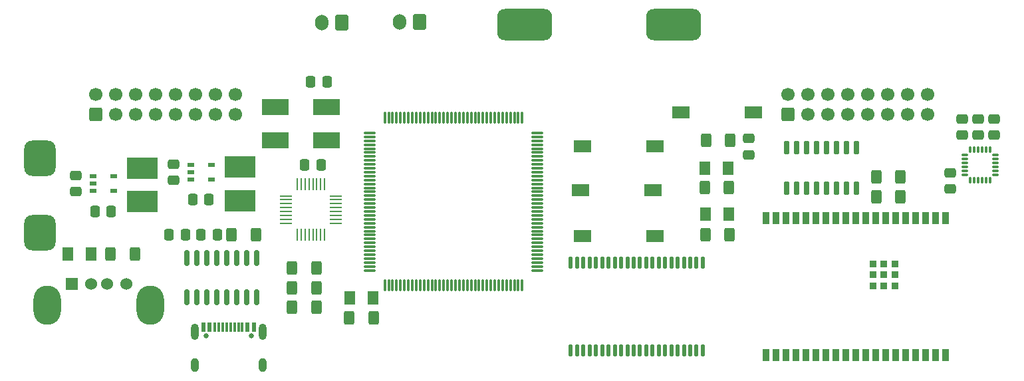
<source format=gts>
%TF.GenerationSoftware,KiCad,Pcbnew,8.0.1*%
%TF.CreationDate,2024-04-15T20:37:31+02:00*%
%TF.ProjectId,standalonepanel,7374616e-6461-46c6-9f6e-6570616e656c,rev?*%
%TF.SameCoordinates,Original*%
%TF.FileFunction,Soldermask,Top*%
%TF.FilePolarity,Negative*%
%FSLAX46Y46*%
G04 Gerber Fmt 4.6, Leading zero omitted, Abs format (unit mm)*
G04 Created by KiCad (PCBNEW 8.0.1) date 2024-04-15 20:37:31*
%MOMM*%
%LPD*%
G01*
G04 APERTURE LIST*
G04 Aperture macros list*
%AMRoundRect*
0 Rectangle with rounded corners*
0 $1 Rounding radius*
0 $2 $3 $4 $5 $6 $7 $8 $9 X,Y pos of 4 corners*
0 Add a 4 corners polygon primitive as box body*
4,1,4,$2,$3,$4,$5,$6,$7,$8,$9,$2,$3,0*
0 Add four circle primitives for the rounded corners*
1,1,$1+$1,$2,$3*
1,1,$1+$1,$4,$5*
1,1,$1+$1,$6,$7*
1,1,$1+$1,$8,$9*
0 Add four rect primitives between the rounded corners*
20,1,$1+$1,$2,$3,$4,$5,0*
20,1,$1+$1,$4,$5,$6,$7,0*
20,1,$1+$1,$6,$7,$8,$9,0*
20,1,$1+$1,$8,$9,$2,$3,0*%
G04 Aperture macros list end*
%ADD10RoundRect,0.062500X-0.062500X0.662500X-0.062500X-0.662500X0.062500X-0.662500X0.062500X0.662500X0*%
%ADD11RoundRect,0.062500X-0.662500X0.062500X-0.662500X-0.062500X0.662500X-0.062500X0.662500X0.062500X0*%
%ADD12RoundRect,0.250000X-0.400000X-0.625000X0.400000X-0.625000X0.400000X0.625000X-0.400000X0.625000X0*%
%ADD13RoundRect,0.250000X0.600000X-0.600000X0.600000X0.600000X-0.600000X0.600000X-0.600000X-0.600000X0*%
%ADD14C,1.700000*%
%ADD15RoundRect,0.250000X0.600000X0.750000X-0.600000X0.750000X-0.600000X-0.750000X0.600000X-0.750000X0*%
%ADD16O,1.700000X2.000000*%
%ADD17RoundRect,0.250000X0.475000X-0.337500X0.475000X0.337500X-0.475000X0.337500X-0.475000X-0.337500X0*%
%ADD18R,2.180000X1.600000*%
%ADD19R,3.500000X2.000000*%
%ADD20RoundRect,0.075000X-0.662500X-0.075000X0.662500X-0.075000X0.662500X0.075000X-0.662500X0.075000X0*%
%ADD21RoundRect,0.075000X-0.075000X-0.662500X0.075000X-0.662500X0.075000X0.662500X-0.075000X0.662500X0*%
%ADD22RoundRect,0.075000X0.350000X0.075000X-0.350000X0.075000X-0.350000X-0.075000X0.350000X-0.075000X0*%
%ADD23RoundRect,0.075000X-0.075000X0.350000X-0.075000X-0.350000X0.075000X-0.350000X0.075000X0.350000X0*%
%ADD24RoundRect,0.250000X0.400000X0.625000X-0.400000X0.625000X-0.400000X-0.625000X0.400000X-0.625000X0*%
%ADD25RoundRect,0.250000X-0.475000X0.337500X-0.475000X-0.337500X0.475000X-0.337500X0.475000X0.337500X0*%
%ADD26RoundRect,0.250000X-0.337500X-0.475000X0.337500X-0.475000X0.337500X0.475000X-0.337500X0.475000X0*%
%ADD27R,0.900000X1.500000*%
%ADD28R,0.900000X0.900000*%
%ADD29R,0.876300X0.508000*%
%ADD30R,1.524000X1.524000*%
%ADD31C,1.524000*%
%ADD32O,3.500000X5.000000*%
%ADD33RoundRect,0.150000X0.150000X-0.825000X0.150000X0.825000X-0.150000X0.825000X-0.150000X-0.825000X0*%
%ADD34RoundRect,0.250001X0.462499X0.624999X-0.462499X0.624999X-0.462499X-0.624999X0.462499X-0.624999X0*%
%ADD35C,0.650000*%
%ADD36R,0.600000X1.240000*%
%ADD37R,0.300000X1.240000*%
%ADD38O,1.000000X2.100000*%
%ADD39O,1.000000X1.800000*%
%ADD40R,3.950000X2.700000*%
%ADD41RoundRect,0.137500X-0.137500X0.625000X-0.137500X-0.625000X0.137500X-0.625000X0.137500X0.625000X0*%
%ADD42RoundRect,0.250000X0.337500X0.475000X-0.337500X0.475000X-0.337500X-0.475000X0.337500X-0.475000X0*%
%ADD43RoundRect,1.000000X1.000000X-1.250000X1.000000X1.250000X-1.000000X1.250000X-1.000000X-1.250000X0*%
%ADD44RoundRect,0.150000X-0.150000X0.725000X-0.150000X-0.725000X0.150000X-0.725000X0.150000X0.725000X0*%
%ADD45RoundRect,1.000000X-2.500000X1.000000X-2.500000X-1.000000X2.500000X-1.000000X2.500000X1.000000X0*%
%ADD46RoundRect,0.250001X-0.462499X-0.624999X0.462499X-0.624999X0.462499X0.624999X-0.462499X0.624999X0*%
G04 APERTURE END LIST*
D10*
%TO.C,U5*%
X87731600Y-119609400D03*
X87231600Y-119609400D03*
X86731600Y-119609400D03*
X86231600Y-119609400D03*
X85731600Y-119609400D03*
X85231600Y-119609400D03*
X84731600Y-119609400D03*
X84231600Y-119609400D03*
D11*
X82781600Y-121059400D03*
X82781600Y-121559400D03*
X82781600Y-122059400D03*
X82781600Y-122559400D03*
X82781600Y-123059400D03*
X82781600Y-123559400D03*
X82781600Y-124059400D03*
X82781600Y-124559400D03*
D10*
X84231600Y-126009400D03*
X84731600Y-126009400D03*
X85231600Y-126009400D03*
X85731600Y-126009400D03*
X86231600Y-126009400D03*
X86731600Y-126009400D03*
X87231600Y-126009400D03*
X87731600Y-126009400D03*
D11*
X89181600Y-124559400D03*
X89181600Y-124059400D03*
X89181600Y-123559400D03*
X89181600Y-123059400D03*
X89181600Y-122559400D03*
X89181600Y-122059400D03*
X89181600Y-121559400D03*
X89181600Y-121059400D03*
%TD*%
D12*
%TO.C,R13*%
X83575000Y-132750000D03*
X86675000Y-132750000D03*
%TD*%
D13*
%TO.C,HUB75E-1*%
X58610000Y-110697500D03*
D14*
X58610000Y-108157500D03*
X61150000Y-110697500D03*
X61150000Y-108157500D03*
X63690000Y-110697500D03*
X63690000Y-108157500D03*
X66230000Y-110697500D03*
X66230000Y-108157500D03*
X68770000Y-110697500D03*
X68770000Y-108157500D03*
X71310000Y-110697500D03*
X71310000Y-108157500D03*
X73850000Y-110697500D03*
X73850000Y-108157500D03*
X76390000Y-110697500D03*
X76390000Y-108157500D03*
%TD*%
D12*
%TO.C,R6*%
X75900000Y-126000000D03*
X79000000Y-126000000D03*
%TD*%
D15*
%TO.C,J2*%
X89896000Y-98954000D03*
D16*
X87396000Y-98954000D03*
%TD*%
D17*
%TO.C,C27*%
X141758000Y-115807000D03*
X141758000Y-113732000D03*
%TD*%
D18*
%TO.C,SW4*%
X142284000Y-110430000D03*
X133104000Y-110430000D03*
%TD*%
D19*
%TO.C,X2*%
X87959000Y-109787000D03*
X81459000Y-109787000D03*
X81459000Y-113987000D03*
X87959000Y-113987000D03*
%TD*%
D20*
%TO.C,U7*%
X93477500Y-113043000D03*
X93477500Y-113543000D03*
X93477500Y-114043000D03*
X93477500Y-114543000D03*
X93477500Y-115043000D03*
X93477500Y-115543000D03*
X93477500Y-116043000D03*
X93477500Y-116543000D03*
X93477500Y-117043000D03*
X93477500Y-117543000D03*
X93477500Y-118043000D03*
X93477500Y-118543000D03*
X93477500Y-119043000D03*
X93477500Y-119543000D03*
X93477500Y-120043000D03*
X93477500Y-120543000D03*
X93477500Y-121043000D03*
X93477500Y-121543000D03*
X93477500Y-122043000D03*
X93477500Y-122543000D03*
X93477500Y-123043000D03*
X93477500Y-123543000D03*
X93477500Y-124043000D03*
X93477500Y-124543000D03*
X93477500Y-125043000D03*
X93477500Y-125543000D03*
X93477500Y-126043000D03*
X93477500Y-126543000D03*
X93477500Y-127043000D03*
X93477500Y-127543000D03*
X93477500Y-128043000D03*
X93477500Y-128543000D03*
X93477500Y-129043000D03*
X93477500Y-129543000D03*
X93477500Y-130043000D03*
X93477500Y-130543000D03*
D21*
X95390000Y-132455500D03*
X95890000Y-132455500D03*
X96390000Y-132455500D03*
X96890000Y-132455500D03*
X97390000Y-132455500D03*
X97890000Y-132455500D03*
X98390000Y-132455500D03*
X98890000Y-132455500D03*
X99390000Y-132455500D03*
X99890000Y-132455500D03*
X100390000Y-132455500D03*
X100890000Y-132455500D03*
X101390000Y-132455500D03*
X101890000Y-132455500D03*
X102390000Y-132455500D03*
X102890000Y-132455500D03*
X103390000Y-132455500D03*
X103890000Y-132455500D03*
X104390000Y-132455500D03*
X104890000Y-132455500D03*
X105390000Y-132455500D03*
X105890000Y-132455500D03*
X106390000Y-132455500D03*
X106890000Y-132455500D03*
X107390000Y-132455500D03*
X107890000Y-132455500D03*
X108390000Y-132455500D03*
X108890000Y-132455500D03*
X109390000Y-132455500D03*
X109890000Y-132455500D03*
X110390000Y-132455500D03*
X110890000Y-132455500D03*
X111390000Y-132455500D03*
X111890000Y-132455500D03*
X112390000Y-132455500D03*
X112890000Y-132455500D03*
D20*
X114802500Y-130543000D03*
X114802500Y-130043000D03*
X114802500Y-129543000D03*
X114802500Y-129043000D03*
X114802500Y-128543000D03*
X114802500Y-128043000D03*
X114802500Y-127543000D03*
X114802500Y-127043000D03*
X114802500Y-126543000D03*
X114802500Y-126043000D03*
X114802500Y-125543000D03*
X114802500Y-125043000D03*
X114802500Y-124543000D03*
X114802500Y-124043000D03*
X114802500Y-123543000D03*
X114802500Y-123043000D03*
X114802500Y-122543000D03*
X114802500Y-122043000D03*
X114802500Y-121543000D03*
X114802500Y-121043000D03*
X114802500Y-120543000D03*
X114802500Y-120043000D03*
X114802500Y-119543000D03*
X114802500Y-119043000D03*
X114802500Y-118543000D03*
X114802500Y-118043000D03*
X114802500Y-117543000D03*
X114802500Y-117043000D03*
X114802500Y-116543000D03*
X114802500Y-116043000D03*
X114802500Y-115543000D03*
X114802500Y-115043000D03*
X114802500Y-114543000D03*
X114802500Y-114043000D03*
X114802500Y-113543000D03*
X114802500Y-113043000D03*
D21*
X112890000Y-111130500D03*
X112390000Y-111130500D03*
X111890000Y-111130500D03*
X111390000Y-111130500D03*
X110890000Y-111130500D03*
X110390000Y-111130500D03*
X109890000Y-111130500D03*
X109390000Y-111130500D03*
X108890000Y-111130500D03*
X108390000Y-111130500D03*
X107890000Y-111130500D03*
X107390000Y-111130500D03*
X106890000Y-111130500D03*
X106390000Y-111130500D03*
X105890000Y-111130500D03*
X105390000Y-111130500D03*
X104890000Y-111130500D03*
X104390000Y-111130500D03*
X103890000Y-111130500D03*
X103390000Y-111130500D03*
X102890000Y-111130500D03*
X102390000Y-111130500D03*
X101890000Y-111130500D03*
X101390000Y-111130500D03*
X100890000Y-111130500D03*
X100390000Y-111130500D03*
X99890000Y-111130500D03*
X99390000Y-111130500D03*
X98890000Y-111130500D03*
X98390000Y-111130500D03*
X97890000Y-111130500D03*
X97390000Y-111130500D03*
X96890000Y-111130500D03*
X96390000Y-111130500D03*
X95890000Y-111130500D03*
X95390000Y-111130500D03*
%TD*%
D22*
%TO.C,U10*%
X173146000Y-118344000D03*
X173146000Y-117844000D03*
X173146000Y-117344000D03*
X173146000Y-116844000D03*
X173146000Y-116344000D03*
X173146000Y-115844000D03*
D23*
X172446000Y-115144000D03*
X171946000Y-115144000D03*
X171446000Y-115144000D03*
X170946000Y-115144000D03*
X170446000Y-115144000D03*
X169946000Y-115144000D03*
D22*
X169246000Y-115844000D03*
X169246000Y-116344000D03*
X169246000Y-116844000D03*
X169246000Y-117344000D03*
X169246000Y-117844000D03*
X169246000Y-118344000D03*
D23*
X169946000Y-119044000D03*
X170446000Y-119044000D03*
X170946000Y-119044000D03*
X171446000Y-119044000D03*
X171946000Y-119044000D03*
X172446000Y-119044000D03*
%TD*%
D24*
%TO.C,R16*%
X93976437Y-136586115D03*
X90876437Y-136586115D03*
%TD*%
D25*
%TO.C,C37*%
X167386000Y-118088500D03*
X167386000Y-120163500D03*
%TD*%
%TO.C,C40*%
X168910000Y-111252000D03*
X168910000Y-113327000D03*
%TD*%
D26*
%TO.C,C17*%
X85195499Y-117094000D03*
X87270499Y-117094000D03*
%TD*%
D13*
%TO.C,HUB75E-2*%
X146720000Y-110697500D03*
D14*
X146720000Y-108157500D03*
X149260000Y-110697500D03*
X149260000Y-108157500D03*
X151800000Y-110697500D03*
X151800000Y-108157500D03*
X154340000Y-110697500D03*
X154340000Y-108157500D03*
X156880000Y-110697500D03*
X156880000Y-108157500D03*
X159420000Y-110697500D03*
X159420000Y-108157500D03*
X161960000Y-110697500D03*
X161960000Y-108157500D03*
X164500000Y-110697500D03*
X164500000Y-108157500D03*
%TD*%
D27*
%TO.C,U3*%
X166751000Y-123851000D03*
X165481000Y-123851000D03*
X164211000Y-123851000D03*
X162941000Y-123851000D03*
X161671000Y-123851000D03*
X160401000Y-123851000D03*
X159131000Y-123851000D03*
X157861000Y-123851000D03*
X156591000Y-123851000D03*
X155321000Y-123851000D03*
X154051000Y-123851000D03*
X152781000Y-123851000D03*
X151511000Y-123851000D03*
X150241000Y-123851000D03*
X148971000Y-123851000D03*
X147701000Y-123851000D03*
X146431000Y-123851000D03*
X145161000Y-123851000D03*
X143891000Y-123851000D03*
X143891000Y-141351000D03*
X145161000Y-141351000D03*
X146431000Y-141351000D03*
X147701000Y-141351000D03*
X148971000Y-141351000D03*
X150241000Y-141351000D03*
X151511000Y-141351000D03*
X152781000Y-141351000D03*
X154051000Y-141351000D03*
X155321000Y-141351000D03*
X156591000Y-141351000D03*
X157861000Y-141351000D03*
X159131000Y-141351000D03*
X160401000Y-141351000D03*
X161671000Y-141351000D03*
X162941000Y-141351000D03*
X164211000Y-141351000D03*
X165481000Y-141351000D03*
X166751000Y-141351000D03*
D28*
X160356000Y-129696000D03*
X158956000Y-129701000D03*
X157556000Y-129701000D03*
X160356000Y-131101000D03*
X158956000Y-131101000D03*
X157556000Y-131101000D03*
X160356000Y-132501000D03*
X158956000Y-132501000D03*
X157556000Y-132501000D03*
%TD*%
D29*
%TO.C,U1*%
X58210550Y-118549999D03*
X58210550Y-119500000D03*
X58210550Y-120450001D03*
X60839450Y-120450001D03*
X60839450Y-118549999D03*
%TD*%
D18*
%TO.C,SW3*%
X129528437Y-120330115D03*
X120348437Y-120330115D03*
%TD*%
D24*
%TO.C,R15*%
X139371000Y-113986000D03*
X136271000Y-113986000D03*
%TD*%
D26*
%TO.C,C11*%
X67925000Y-126000000D03*
X70000000Y-126000000D03*
%TD*%
D30*
%TO.C,P2*%
X55500000Y-132272500D03*
D31*
X58000000Y-132272500D03*
X60000000Y-132272500D03*
X62500000Y-132272500D03*
D32*
X52430000Y-134982500D03*
X65570000Y-134982500D03*
%TD*%
D33*
%TO.C,U4*%
X70150000Y-133950000D03*
X71420000Y-133950000D03*
X72690000Y-133950000D03*
X73960000Y-133950000D03*
X75230000Y-133950000D03*
X76500000Y-133950000D03*
X77770000Y-133950000D03*
X79040000Y-133950000D03*
X79040000Y-129000000D03*
X77770000Y-129000000D03*
X76500000Y-129000000D03*
X75230000Y-129000000D03*
X73960000Y-129000000D03*
X72690000Y-129000000D03*
X71420000Y-129000000D03*
X70150000Y-129000000D03*
%TD*%
D34*
%TO.C,LED4*%
X93913937Y-134046115D03*
X90938937Y-134046115D03*
%TD*%
D35*
%TO.C,P1*%
X72610000Y-138895000D03*
X78390000Y-138895000D03*
D36*
X72300000Y-137775000D03*
X73100000Y-137775000D03*
D37*
X74250000Y-137775000D03*
X75250000Y-137775000D03*
X75750000Y-137775000D03*
X76750000Y-137775000D03*
D36*
X77900000Y-137775000D03*
X78700000Y-137775000D03*
X78700000Y-137775000D03*
X77900000Y-137775000D03*
D37*
X77250000Y-137775000D03*
X76250000Y-137775000D03*
X74750000Y-137775000D03*
X73750000Y-137775000D03*
D36*
X73100000Y-137775000D03*
X72300000Y-137775000D03*
D38*
X71180000Y-138375000D03*
D39*
X71180000Y-142575000D03*
D38*
X79820000Y-138375000D03*
D39*
X79820000Y-142575000D03*
%TD*%
D17*
%TO.C,C3*%
X56025000Y-120537500D03*
X56025000Y-118462500D03*
%TD*%
D40*
%TO.C,L2*%
X76975000Y-117387500D03*
X76975000Y-121687500D03*
%TD*%
D24*
%TO.C,R2*%
X86675000Y-135250000D03*
X83575000Y-135250000D03*
%TD*%
D41*
%TO.C,U6*%
X135878437Y-129601615D03*
X135078437Y-129601615D03*
X134278437Y-129601615D03*
X133478437Y-129601615D03*
X132678437Y-129601615D03*
X131878437Y-129601615D03*
X131078437Y-129601615D03*
X130278437Y-129601615D03*
X129478437Y-129601615D03*
X128678437Y-129601615D03*
X127878437Y-129601615D03*
X127078437Y-129601615D03*
X126278437Y-129601615D03*
X125478437Y-129601615D03*
X124678437Y-129601615D03*
X123878437Y-129601615D03*
X123078437Y-129601615D03*
X122278437Y-129601615D03*
X121478437Y-129601615D03*
X120678437Y-129601615D03*
X119878437Y-129601615D03*
X119078437Y-129601615D03*
X119078437Y-140776615D03*
X119878437Y-140776615D03*
X120678437Y-140776615D03*
X121478437Y-140776615D03*
X122278437Y-140776615D03*
X123078437Y-140776615D03*
X123878437Y-140776615D03*
X124678437Y-140776615D03*
X125478437Y-140776615D03*
X126278437Y-140776615D03*
X127078437Y-140776615D03*
X127878437Y-140776615D03*
X128678437Y-140776615D03*
X129478437Y-140776615D03*
X130278437Y-140776615D03*
X131078437Y-140776615D03*
X131878437Y-140776615D03*
X132678437Y-140776615D03*
X133478437Y-140776615D03*
X134278437Y-140776615D03*
X135078437Y-140776615D03*
X135878437Y-140776615D03*
%TD*%
D42*
%TO.C,C6*%
X73012500Y-121537500D03*
X70937500Y-121537500D03*
%TD*%
D40*
%TO.C,L1*%
X64500000Y-117500000D03*
X64500000Y-121800000D03*
%TD*%
D18*
%TO.C,SW1*%
X129782437Y-126172115D03*
X120602437Y-126172115D03*
%TD*%
D34*
%TO.C,LED1*%
X139175000Y-123400000D03*
X136200000Y-123400000D03*
%TD*%
D24*
%TO.C,R14*%
X161062000Y-118618000D03*
X157962000Y-118618000D03*
%TD*%
D42*
%TO.C,C12*%
X88032500Y-106553000D03*
X85957500Y-106553000D03*
%TD*%
D24*
%TO.C,R8*%
X139200000Y-120000000D03*
X136100000Y-120000000D03*
%TD*%
D43*
%TO.C,F1*%
X51500000Y-125750000D03*
X51500000Y-116250000D03*
%TD*%
D44*
%TO.C,U8*%
X155445001Y-114925000D03*
X154175000Y-114925000D03*
X152904999Y-114925000D03*
X151635000Y-114925000D03*
X150365000Y-114925000D03*
X149095001Y-114925000D03*
X147825000Y-114925000D03*
X146554999Y-114925000D03*
X146554999Y-120075000D03*
X147825000Y-120075000D03*
X149095001Y-120075000D03*
X150365000Y-120075000D03*
X151635000Y-120075000D03*
X152904999Y-120075000D03*
X154175000Y-120075000D03*
X155445001Y-120075000D03*
%TD*%
D18*
%TO.C,SW2*%
X120602437Y-114742115D03*
X129782437Y-114742115D03*
%TD*%
D25*
%TO.C,C36*%
X172974000Y-111252000D03*
X172974000Y-113327000D03*
%TD*%
D17*
%TO.C,C5*%
X68500000Y-119075000D03*
X68500000Y-117000000D03*
%TD*%
D12*
%TO.C,R12*%
X83575000Y-130250000D03*
X86675000Y-130250000D03*
%TD*%
D29*
%TO.C,U2*%
X70685550Y-117087499D03*
X70685550Y-118037500D03*
X70685550Y-118987501D03*
X73314450Y-118987501D03*
X73314450Y-117087499D03*
%TD*%
D34*
%TO.C,LED3*%
X139100000Y-117500000D03*
X136125000Y-117500000D03*
%TD*%
D45*
%TO.C,BT1*%
X132176000Y-99254000D03*
X113176000Y-99254000D03*
%TD*%
D26*
%TO.C,C13*%
X72000000Y-126000000D03*
X74075000Y-126000000D03*
%TD*%
D24*
%TO.C,R5*%
X139300000Y-126000000D03*
X136200000Y-126000000D03*
%TD*%
%TO.C,R1*%
X161062000Y-121158000D03*
X157962000Y-121158000D03*
%TD*%
D46*
%TO.C,LED2*%
X55012500Y-128500000D03*
X57987500Y-128500000D03*
%TD*%
D25*
%TO.C,C38*%
X170942000Y-111252000D03*
X170942000Y-113327000D03*
%TD*%
D15*
%TO.C,J1*%
X99802000Y-98950000D03*
D16*
X97302000Y-98950000D03*
%TD*%
D42*
%TO.C,C4*%
X60562500Y-123000000D03*
X58487500Y-123000000D03*
%TD*%
D12*
%TO.C,R3*%
X60450000Y-128500000D03*
X63550000Y-128500000D03*
%TD*%
M02*

</source>
